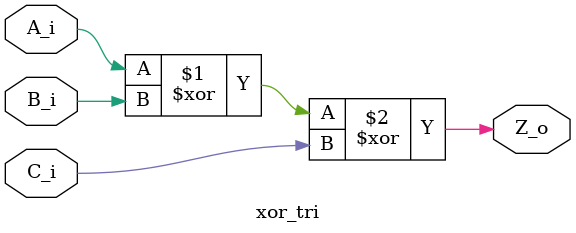
<source format=v>
`timescale 1ns / 1ps


module xor_tri
	# (parameter W = 1)
	(
        input wire A_i,
        input wire B_i,
        input wire C_i,
        output wire Z_o
    );
    
    assign Z_o = A_i ^ B_i ^C_i;
    
endmodule

</source>
